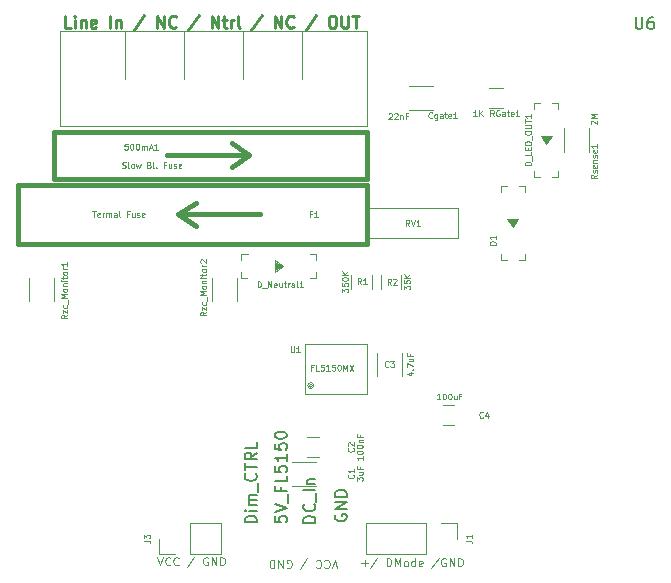
<source format=gbr>
G04 #@! TF.GenerationSoftware,KiCad,Pcbnew,(5.1.2)-2*
G04 #@! TF.CreationDate,2019-09-14T17:44:16+02:00*
G04 #@! TF.ProjectId,Inwall_Bot,496e7761-6c6c-45f4-926f-742e6b696361,rev?*
G04 #@! TF.SameCoordinates,Original*
G04 #@! TF.FileFunction,Legend,Top*
G04 #@! TF.FilePolarity,Positive*
%FSLAX46Y46*%
G04 Gerber Fmt 4.6, Leading zero omitted, Abs format (unit mm)*
G04 Created by KiCad (PCBNEW (5.1.2)-2) date 2019-09-14 17:44:16*
%MOMM*%
%LPD*%
G04 APERTURE LIST*
%ADD10C,0.250000*%
%ADD11C,0.100000*%
%ADD12C,0.120000*%
%ADD13C,0.400000*%
%ADD14C,0.150000*%
%ADD15C,0.125000*%
G04 APERTURE END LIST*
D10*
X-91220952Y-27242380D02*
X-91697142Y-27242380D01*
X-91697142Y-26242380D01*
X-90887619Y-27242380D02*
X-90887619Y-26575714D01*
X-90887619Y-26242380D02*
X-90935238Y-26290000D01*
X-90887619Y-26337619D01*
X-90840000Y-26290000D01*
X-90887619Y-26242380D01*
X-90887619Y-26337619D01*
X-90411428Y-26575714D02*
X-90411428Y-27242380D01*
X-90411428Y-26670952D02*
X-90363809Y-26623333D01*
X-90268571Y-26575714D01*
X-90125714Y-26575714D01*
X-90030476Y-26623333D01*
X-89982857Y-26718571D01*
X-89982857Y-27242380D01*
X-89125714Y-27194761D02*
X-89220952Y-27242380D01*
X-89411428Y-27242380D01*
X-89506666Y-27194761D01*
X-89554285Y-27099523D01*
X-89554285Y-26718571D01*
X-89506666Y-26623333D01*
X-89411428Y-26575714D01*
X-89220952Y-26575714D01*
X-89125714Y-26623333D01*
X-89078095Y-26718571D01*
X-89078095Y-26813809D01*
X-89554285Y-26909047D01*
X-87887619Y-27242380D02*
X-87887619Y-26242380D01*
X-87411428Y-26575714D02*
X-87411428Y-27242380D01*
X-87411428Y-26670952D02*
X-87363809Y-26623333D01*
X-87268571Y-26575714D01*
X-87125714Y-26575714D01*
X-87030476Y-26623333D01*
X-86982857Y-26718571D01*
X-86982857Y-27242380D01*
X-85030476Y-26194761D02*
X-85887619Y-27480476D01*
X-83935238Y-27242380D02*
X-83935238Y-26242380D01*
X-83363809Y-27242380D01*
X-83363809Y-26242380D01*
X-82316190Y-27147142D02*
X-82363809Y-27194761D01*
X-82506666Y-27242380D01*
X-82601904Y-27242380D01*
X-82744761Y-27194761D01*
X-82840000Y-27099523D01*
X-82887619Y-27004285D01*
X-82935238Y-26813809D01*
X-82935238Y-26670952D01*
X-82887619Y-26480476D01*
X-82840000Y-26385238D01*
X-82744761Y-26290000D01*
X-82601904Y-26242380D01*
X-82506666Y-26242380D01*
X-82363809Y-26290000D01*
X-82316190Y-26337619D01*
X-80411428Y-26194761D02*
X-81268571Y-27480476D01*
X-79316190Y-27242380D02*
X-79316190Y-26242380D01*
X-78744761Y-27242380D01*
X-78744761Y-26242380D01*
X-78411428Y-26575714D02*
X-78030476Y-26575714D01*
X-78268571Y-26242380D02*
X-78268571Y-27099523D01*
X-78220952Y-27194761D01*
X-78125714Y-27242380D01*
X-78030476Y-27242380D01*
X-77697142Y-27242380D02*
X-77697142Y-26575714D01*
X-77697142Y-26766190D02*
X-77649523Y-26670952D01*
X-77601904Y-26623333D01*
X-77506666Y-26575714D01*
X-77411428Y-26575714D01*
X-76935238Y-27242380D02*
X-77030476Y-27194761D01*
X-77078095Y-27099523D01*
X-77078095Y-26242380D01*
X-75078095Y-26194761D02*
X-75935238Y-27480476D01*
X-73982857Y-27242380D02*
X-73982857Y-26242380D01*
X-73411428Y-27242380D01*
X-73411428Y-26242380D01*
X-72363809Y-27147142D02*
X-72411428Y-27194761D01*
X-72554285Y-27242380D01*
X-72649523Y-27242380D01*
X-72792380Y-27194761D01*
X-72887619Y-27099523D01*
X-72935238Y-27004285D01*
X-72982857Y-26813809D01*
X-72982857Y-26670952D01*
X-72935238Y-26480476D01*
X-72887619Y-26385238D01*
X-72792380Y-26290000D01*
X-72649523Y-26242380D01*
X-72554285Y-26242380D01*
X-72411428Y-26290000D01*
X-72363809Y-26337619D01*
X-70459047Y-26194761D02*
X-71316190Y-27480476D01*
X-69173333Y-26242380D02*
X-68982857Y-26242380D01*
X-68887619Y-26290000D01*
X-68792380Y-26385238D01*
X-68744761Y-26575714D01*
X-68744761Y-26909047D01*
X-68792380Y-27099523D01*
X-68887619Y-27194761D01*
X-68982857Y-27242380D01*
X-69173333Y-27242380D01*
X-69268571Y-27194761D01*
X-69363809Y-27099523D01*
X-69411428Y-26909047D01*
X-69411428Y-26575714D01*
X-69363809Y-26385238D01*
X-69268571Y-26290000D01*
X-69173333Y-26242380D01*
X-68316190Y-26242380D02*
X-68316190Y-27051904D01*
X-68268571Y-27147142D01*
X-68220952Y-27194761D01*
X-68125714Y-27242380D01*
X-67935238Y-27242380D01*
X-67840000Y-27194761D01*
X-67792380Y-27147142D01*
X-67744761Y-27051904D01*
X-67744761Y-26242380D01*
X-67411428Y-26242380D02*
X-66840000Y-26242380D01*
X-67125714Y-27242380D02*
X-67125714Y-26242380D01*
D11*
X-66633333Y-72590000D02*
X-66100000Y-72590000D01*
X-66366666Y-72856666D02*
X-66366666Y-72323333D01*
X-65266666Y-72123333D02*
X-65866666Y-73023333D01*
X-64500000Y-72856666D02*
X-64500000Y-72156666D01*
X-64333333Y-72156666D01*
X-64233333Y-72190000D01*
X-64166666Y-72256666D01*
X-64133333Y-72323333D01*
X-64100000Y-72456666D01*
X-64100000Y-72556666D01*
X-64133333Y-72690000D01*
X-64166666Y-72756666D01*
X-64233333Y-72823333D01*
X-64333333Y-72856666D01*
X-64500000Y-72856666D01*
X-63800000Y-72856666D02*
X-63800000Y-72156666D01*
X-63566666Y-72656666D01*
X-63333333Y-72156666D01*
X-63333333Y-72856666D01*
X-62900000Y-72856666D02*
X-62966666Y-72823333D01*
X-63000000Y-72790000D01*
X-63033333Y-72723333D01*
X-63033333Y-72523333D01*
X-63000000Y-72456666D01*
X-62966666Y-72423333D01*
X-62900000Y-72390000D01*
X-62800000Y-72390000D01*
X-62733333Y-72423333D01*
X-62700000Y-72456666D01*
X-62666666Y-72523333D01*
X-62666666Y-72723333D01*
X-62700000Y-72790000D01*
X-62733333Y-72823333D01*
X-62800000Y-72856666D01*
X-62900000Y-72856666D01*
X-62066666Y-72856666D02*
X-62066666Y-72156666D01*
X-62066666Y-72823333D02*
X-62133333Y-72856666D01*
X-62266666Y-72856666D01*
X-62333333Y-72823333D01*
X-62366666Y-72790000D01*
X-62400000Y-72723333D01*
X-62400000Y-72523333D01*
X-62366666Y-72456666D01*
X-62333333Y-72423333D01*
X-62266666Y-72390000D01*
X-62133333Y-72390000D01*
X-62066666Y-72423333D01*
X-61466666Y-72823333D02*
X-61533333Y-72856666D01*
X-61666666Y-72856666D01*
X-61733333Y-72823333D01*
X-61766666Y-72756666D01*
X-61766666Y-72490000D01*
X-61733333Y-72423333D01*
X-61666666Y-72390000D01*
X-61533333Y-72390000D01*
X-61466666Y-72423333D01*
X-61433333Y-72490000D01*
X-61433333Y-72556666D01*
X-61766666Y-72623333D01*
X-60100000Y-72123333D02*
X-60700000Y-73023333D01*
X-59500000Y-72190000D02*
X-59566666Y-72156666D01*
X-59666666Y-72156666D01*
X-59766666Y-72190000D01*
X-59833333Y-72256666D01*
X-59866666Y-72323333D01*
X-59900000Y-72456666D01*
X-59900000Y-72556666D01*
X-59866666Y-72690000D01*
X-59833333Y-72756666D01*
X-59766666Y-72823333D01*
X-59666666Y-72856666D01*
X-59600000Y-72856666D01*
X-59500000Y-72823333D01*
X-59466666Y-72790000D01*
X-59466666Y-72556666D01*
X-59600000Y-72556666D01*
X-59166666Y-72856666D02*
X-59166666Y-72156666D01*
X-58766666Y-72856666D01*
X-58766666Y-72156666D01*
X-58433333Y-72856666D02*
X-58433333Y-72156666D01*
X-58266666Y-72156666D01*
X-58166666Y-72190000D01*
X-58100000Y-72256666D01*
X-58066666Y-72323333D01*
X-58033333Y-72456666D01*
X-58033333Y-72556666D01*
X-58066666Y-72690000D01*
X-58100000Y-72756666D01*
X-58166666Y-72823333D01*
X-58266666Y-72856666D01*
X-58433333Y-72856666D01*
X-83910000Y-72076666D02*
X-83676666Y-72776666D01*
X-83443333Y-72076666D01*
X-82810000Y-72710000D02*
X-82843333Y-72743333D01*
X-82943333Y-72776666D01*
X-83010000Y-72776666D01*
X-83110000Y-72743333D01*
X-83176666Y-72676666D01*
X-83210000Y-72610000D01*
X-83243333Y-72476666D01*
X-83243333Y-72376666D01*
X-83210000Y-72243333D01*
X-83176666Y-72176666D01*
X-83110000Y-72110000D01*
X-83010000Y-72076666D01*
X-82943333Y-72076666D01*
X-82843333Y-72110000D01*
X-82810000Y-72143333D01*
X-82110000Y-72710000D02*
X-82143333Y-72743333D01*
X-82243333Y-72776666D01*
X-82310000Y-72776666D01*
X-82410000Y-72743333D01*
X-82476666Y-72676666D01*
X-82510000Y-72610000D01*
X-82543333Y-72476666D01*
X-82543333Y-72376666D01*
X-82510000Y-72243333D01*
X-82476666Y-72176666D01*
X-82410000Y-72110000D01*
X-82310000Y-72076666D01*
X-82243333Y-72076666D01*
X-82143333Y-72110000D01*
X-82110000Y-72143333D01*
X-80776666Y-72043333D02*
X-81376666Y-72943333D01*
X-79643333Y-72110000D02*
X-79710000Y-72076666D01*
X-79810000Y-72076666D01*
X-79910000Y-72110000D01*
X-79976666Y-72176666D01*
X-80010000Y-72243333D01*
X-80043333Y-72376666D01*
X-80043333Y-72476666D01*
X-80010000Y-72610000D01*
X-79976666Y-72676666D01*
X-79910000Y-72743333D01*
X-79810000Y-72776666D01*
X-79743333Y-72776666D01*
X-79643333Y-72743333D01*
X-79610000Y-72710000D01*
X-79610000Y-72476666D01*
X-79743333Y-72476666D01*
X-79310000Y-72776666D02*
X-79310000Y-72076666D01*
X-78910000Y-72776666D01*
X-78910000Y-72076666D01*
X-78576666Y-72776666D02*
X-78576666Y-72076666D01*
X-78410000Y-72076666D01*
X-78310000Y-72110000D01*
X-78243333Y-72176666D01*
X-78210000Y-72243333D01*
X-78176666Y-72376666D01*
X-78176666Y-72476666D01*
X-78210000Y-72610000D01*
X-78243333Y-72676666D01*
X-78310000Y-72743333D01*
X-78410000Y-72776666D01*
X-78576666Y-72776666D01*
X-68660000Y-73003333D02*
X-68893333Y-72303333D01*
X-69126666Y-73003333D01*
X-69760000Y-72370000D02*
X-69726666Y-72336666D01*
X-69626666Y-72303333D01*
X-69560000Y-72303333D01*
X-69460000Y-72336666D01*
X-69393333Y-72403333D01*
X-69360000Y-72470000D01*
X-69326666Y-72603333D01*
X-69326666Y-72703333D01*
X-69360000Y-72836666D01*
X-69393333Y-72903333D01*
X-69460000Y-72970000D01*
X-69560000Y-73003333D01*
X-69626666Y-73003333D01*
X-69726666Y-72970000D01*
X-69760000Y-72936666D01*
X-70460000Y-72370000D02*
X-70426666Y-72336666D01*
X-70326666Y-72303333D01*
X-70260000Y-72303333D01*
X-70160000Y-72336666D01*
X-70093333Y-72403333D01*
X-70060000Y-72470000D01*
X-70026666Y-72603333D01*
X-70026666Y-72703333D01*
X-70060000Y-72836666D01*
X-70093333Y-72903333D01*
X-70160000Y-72970000D01*
X-70260000Y-73003333D01*
X-70326666Y-73003333D01*
X-70426666Y-72970000D01*
X-70460000Y-72936666D01*
X-71793333Y-73036666D02*
X-71193333Y-72136666D01*
X-72926666Y-72970000D02*
X-72860000Y-73003333D01*
X-72760000Y-73003333D01*
X-72660000Y-72970000D01*
X-72593333Y-72903333D01*
X-72560000Y-72836666D01*
X-72526666Y-72703333D01*
X-72526666Y-72603333D01*
X-72560000Y-72470000D01*
X-72593333Y-72403333D01*
X-72660000Y-72336666D01*
X-72760000Y-72303333D01*
X-72826666Y-72303333D01*
X-72926666Y-72336666D01*
X-72960000Y-72370000D01*
X-72960000Y-72603333D01*
X-72826666Y-72603333D01*
X-73260000Y-72303333D02*
X-73260000Y-73003333D01*
X-73660000Y-72303333D01*
X-73660000Y-73003333D01*
X-73993333Y-72303333D02*
X-73993333Y-73003333D01*
X-74160000Y-73003333D01*
X-74260000Y-72970000D01*
X-74326666Y-72903333D01*
X-74360000Y-72836666D01*
X-74393333Y-72703333D01*
X-74393333Y-72603333D01*
X-74360000Y-72470000D01*
X-74326666Y-72403333D01*
X-74260000Y-72336666D01*
X-74160000Y-72303333D01*
X-73993333Y-72303333D01*
D12*
X-66125000Y-31550000D02*
X-66125000Y-35550000D01*
X-71625000Y-31550000D02*
X-71625000Y-27550000D01*
X-81625000Y-31550000D02*
X-81625000Y-27550000D01*
X-66125000Y-35550000D02*
X-66125000Y-27550000D01*
X-92125000Y-35550000D02*
X-66125000Y-35550000D01*
X-76625000Y-31550000D02*
X-76625000Y-27550000D01*
X-66125000Y-27550000D02*
X-92125000Y-27550000D01*
X-92125000Y-27550000D02*
X-92125000Y-31550000D01*
X-86625000Y-31550000D02*
X-86625000Y-27550000D01*
X-92125000Y-31550000D02*
X-92125000Y-35550000D01*
X-58455000Y-45070000D02*
X-58455000Y-42530000D01*
X-58455000Y-42530000D02*
X-66075000Y-42530000D01*
X-66075000Y-42530000D02*
X-66075000Y-45070000D01*
X-66075000Y-45070000D02*
X-58455000Y-45070000D01*
X-79270000Y-50400000D02*
X-79270000Y-48400000D01*
X-77130000Y-48400000D02*
X-77130000Y-50400000D01*
X-92630000Y-48400000D02*
X-92630000Y-50400000D01*
X-94770000Y-50400000D02*
X-94770000Y-48400000D01*
X-67505000Y-49375000D02*
X-67505000Y-48175000D01*
X-65745000Y-48175000D02*
X-65745000Y-49375000D01*
X-63245000Y-48175000D02*
X-63245000Y-49375000D01*
X-65005000Y-49375000D02*
X-65005000Y-48175000D01*
X-54600000Y-34080000D02*
X-55800000Y-34080000D01*
X-55800000Y-32320000D02*
X-54600000Y-32320000D01*
X-47355000Y-35775000D02*
X-47355000Y-37775000D01*
X-49495000Y-37775000D02*
X-49495000Y-35775000D01*
X-71425000Y-54050000D02*
X-71425000Y-58300000D01*
X-71425000Y-58300000D02*
X-66425000Y-58300000D01*
X-66425000Y-58300000D02*
X-66375000Y-58300000D01*
X-71425000Y-54050000D02*
X-66425000Y-54050000D01*
X-66425000Y-54050000D02*
X-66175000Y-54050000D01*
X-66175000Y-54050000D02*
X-66175000Y-58300000D01*
X-66175000Y-58300000D02*
X-66425000Y-58300000D01*
X-70675000Y-57550000D02*
G75*
G03X-70675000Y-57550000I-250000J0D01*
G01*
X-70775000Y-57560000D02*
G75*
G03X-70775000Y-57560000I-150000J0D01*
G01*
X-70883769Y-57560000D02*
G75*
G03X-70883769Y-57560000I-41231J0D01*
G01*
X-66260000Y-69170000D02*
X-66260000Y-71830000D01*
X-61120000Y-69170000D02*
X-66260000Y-69170000D01*
X-61120000Y-71830000D02*
X-66260000Y-71830000D01*
X-61120000Y-69170000D02*
X-61120000Y-71830000D01*
X-59850000Y-69170000D02*
X-58520000Y-69170000D01*
X-58520000Y-69170000D02*
X-58520000Y-70500000D01*
D13*
X-92625000Y-40050000D02*
X-66125000Y-40050000D01*
X-66125000Y-36050000D02*
X-92625000Y-36050000D01*
X-91625000Y-36050000D02*
X-92625000Y-36050000D01*
X-92625000Y-36050000D02*
X-92625000Y-40050000D01*
X-66125000Y-40050000D02*
X-66125000Y-36050000D01*
X-83125000Y-38050000D02*
X-76125000Y-38050000D01*
X-76125000Y-38050000D02*
X-77625000Y-37050000D01*
X-77625000Y-37050000D02*
X-76125000Y-38050000D01*
X-76125000Y-38050000D02*
X-77625000Y-39050000D01*
D12*
X-70500000Y-63980000D02*
X-72500000Y-63980000D01*
X-72500000Y-66020000D02*
X-70500000Y-66020000D01*
X-71250000Y-63600000D02*
X-70250000Y-63600000D01*
X-70250000Y-61900000D02*
X-71250000Y-61900000D01*
X-63230000Y-56750000D02*
X-63230000Y-54750000D01*
X-65270000Y-54750000D02*
X-65270000Y-56750000D01*
X-58750000Y-59150000D02*
X-59750000Y-59150000D01*
X-59750000Y-60850000D02*
X-58750000Y-60850000D01*
X-60600000Y-32205000D02*
X-62600000Y-32205000D01*
X-62600000Y-34245000D02*
X-60600000Y-34245000D01*
X-54841000Y-40612000D02*
X-54841000Y-41120000D01*
X-54333000Y-40612000D02*
X-54841000Y-40612000D01*
X-52809000Y-40612000D02*
X-52809000Y-41145400D01*
X-53317000Y-40612000D02*
X-52809000Y-40612000D01*
X-52809000Y-46954000D02*
X-52809000Y-46446000D01*
X-53317000Y-46954000D02*
X-52809000Y-46954000D01*
X-54841000Y-46954000D02*
X-54841000Y-46420600D01*
X-54333000Y-46954000D02*
X-54841000Y-46954000D01*
X-53698000Y-43542500D02*
X-53952000Y-43529800D01*
X-53647200Y-43593300D02*
X-53698000Y-43542500D01*
X-53761500Y-43809200D02*
X-53647200Y-43593300D01*
X-53723400Y-43733000D02*
X-53761500Y-43809200D01*
X-53736100Y-43720300D02*
X-53723400Y-43733000D01*
X-53723400Y-43517100D02*
X-53736100Y-43720300D01*
X-53520200Y-43517100D02*
X-53723400Y-43517100D01*
X-53748800Y-43898100D02*
X-53520200Y-43517100D01*
X-53990100Y-43631400D02*
X-53748800Y-43898100D01*
X-53990100Y-43580600D02*
X-53990100Y-43631400D01*
X-53901200Y-43580600D02*
X-53990100Y-43580600D01*
X-53901200Y-43898100D02*
X-53901200Y-43580600D01*
X-54142500Y-43491700D02*
X-53901200Y-43898100D01*
X-53825000Y-43491700D02*
X-54142500Y-43491700D01*
X-53825000Y-44114000D02*
X-53825000Y-43491700D01*
X-54307600Y-43440900D02*
X-53825000Y-44114000D01*
X-53342400Y-43440900D02*
X-54307600Y-43440900D01*
X-53825000Y-44114000D02*
X-53342400Y-43440900D01*
X-50975000Y-37089000D02*
X-50492400Y-36415900D01*
X-50492400Y-36415900D02*
X-51457600Y-36415900D01*
X-51457600Y-36415900D02*
X-50975000Y-37089000D01*
X-50975000Y-37089000D02*
X-50975000Y-36466700D01*
X-50975000Y-36466700D02*
X-51292500Y-36466700D01*
X-51292500Y-36466700D02*
X-51051200Y-36873100D01*
X-51051200Y-36873100D02*
X-51051200Y-36555600D01*
X-51051200Y-36555600D02*
X-51140100Y-36555600D01*
X-51140100Y-36555600D02*
X-51140100Y-36606400D01*
X-51140100Y-36606400D02*
X-50898800Y-36873100D01*
X-50898800Y-36873100D02*
X-50670200Y-36492100D01*
X-50670200Y-36492100D02*
X-50873400Y-36492100D01*
X-50873400Y-36492100D02*
X-50886100Y-36695300D01*
X-50886100Y-36695300D02*
X-50873400Y-36708000D01*
X-50873400Y-36708000D02*
X-50911500Y-36784200D01*
X-50911500Y-36784200D02*
X-50797200Y-36568300D01*
X-50797200Y-36568300D02*
X-50848000Y-36517500D01*
X-50848000Y-36517500D02*
X-51102000Y-36504800D01*
X-51483000Y-39929000D02*
X-51991000Y-39929000D01*
X-51991000Y-39929000D02*
X-51991000Y-39395600D01*
X-50467000Y-39929000D02*
X-49959000Y-39929000D01*
X-49959000Y-39929000D02*
X-49959000Y-39421000D01*
X-50467000Y-33587000D02*
X-49959000Y-33587000D01*
X-49959000Y-33587000D02*
X-49959000Y-34120400D01*
X-51483000Y-33587000D02*
X-51991000Y-33587000D01*
X-51991000Y-33587000D02*
X-51991000Y-34095000D01*
X-73286000Y-47438000D02*
X-73959100Y-46955400D01*
X-73959100Y-46955400D02*
X-73959100Y-47920600D01*
X-73959100Y-47920600D02*
X-73286000Y-47438000D01*
X-73286000Y-47438000D02*
X-73908300Y-47438000D01*
X-73908300Y-47438000D02*
X-73908300Y-47755500D01*
X-73908300Y-47755500D02*
X-73501900Y-47514200D01*
X-73501900Y-47514200D02*
X-73819400Y-47514200D01*
X-73819400Y-47514200D02*
X-73819400Y-47603100D01*
X-73819400Y-47603100D02*
X-73768600Y-47603100D01*
X-73768600Y-47603100D02*
X-73501900Y-47361800D01*
X-73501900Y-47361800D02*
X-73882900Y-47133200D01*
X-73882900Y-47133200D02*
X-73882900Y-47336400D01*
X-73882900Y-47336400D02*
X-73679700Y-47349100D01*
X-73679700Y-47349100D02*
X-73667000Y-47336400D01*
X-73667000Y-47336400D02*
X-73590800Y-47374500D01*
X-73590800Y-47374500D02*
X-73806700Y-47260200D01*
X-73806700Y-47260200D02*
X-73857500Y-47311000D01*
X-73857500Y-47311000D02*
X-73870200Y-47565000D01*
X-70446000Y-47946000D02*
X-70446000Y-48454000D01*
X-70446000Y-48454000D02*
X-70979400Y-48454000D01*
X-70446000Y-46930000D02*
X-70446000Y-46422000D01*
X-70446000Y-46422000D02*
X-70954000Y-46422000D01*
X-76788000Y-46930000D02*
X-76788000Y-46422000D01*
X-76788000Y-46422000D02*
X-76254600Y-46422000D01*
X-76788000Y-47946000D02*
X-76788000Y-48454000D01*
X-76788000Y-48454000D02*
X-76280000Y-48454000D01*
D13*
X-95675000Y-45550000D02*
X-95675000Y-40550000D01*
X-66175000Y-40550000D02*
X-66175000Y-45550000D01*
X-95675000Y-41550000D02*
X-95675000Y-44550000D01*
X-95675000Y-45550000D02*
X-66175000Y-45550000D01*
X-66175000Y-44550000D02*
X-66175000Y-41550000D01*
X-66175000Y-40550000D02*
X-95675000Y-40550000D01*
X-75175000Y-43050000D02*
X-82175000Y-43050000D01*
X-82175000Y-43050000D02*
X-80675000Y-44050000D01*
X-80675000Y-44050000D02*
X-82175000Y-43050000D01*
X-82175000Y-43050000D02*
X-80675000Y-42050000D01*
D12*
X-78555000Y-71830000D02*
X-78555000Y-69170000D01*
X-81155000Y-71830000D02*
X-78555000Y-71830000D01*
X-81155000Y-69170000D02*
X-78555000Y-69170000D01*
X-81155000Y-71830000D02*
X-81155000Y-69170000D01*
X-82425000Y-71830000D02*
X-83755000Y-71830000D01*
X-83755000Y-71830000D02*
X-83755000Y-70500000D01*
D14*
X-43421904Y-26342380D02*
X-43421904Y-27151904D01*
X-43374285Y-27247142D01*
X-43326666Y-27294761D01*
X-43231428Y-27342380D01*
X-43040952Y-27342380D01*
X-42945714Y-27294761D01*
X-42898095Y-27247142D01*
X-42850476Y-27151904D01*
X-42850476Y-26342380D01*
X-41945714Y-26342380D02*
X-42136190Y-26342380D01*
X-42231428Y-26390000D01*
X-42279047Y-26437619D01*
X-42374285Y-26580476D01*
X-42421904Y-26770952D01*
X-42421904Y-27151904D01*
X-42374285Y-27247142D01*
X-42326666Y-27294761D01*
X-42231428Y-27342380D01*
X-42040952Y-27342380D01*
X-41945714Y-27294761D01*
X-41898095Y-27247142D01*
X-41850476Y-27151904D01*
X-41850476Y-26913809D01*
X-41898095Y-26818571D01*
X-41945714Y-26770952D01*
X-42040952Y-26723333D01*
X-42231428Y-26723333D01*
X-42326666Y-26770952D01*
X-42374285Y-26818571D01*
X-42421904Y-26913809D01*
X-68825000Y-68467904D02*
X-68872619Y-68563142D01*
X-68872619Y-68706000D01*
X-68825000Y-68848857D01*
X-68729761Y-68944095D01*
X-68634523Y-68991714D01*
X-68444047Y-69039333D01*
X-68301190Y-69039333D01*
X-68110714Y-68991714D01*
X-68015476Y-68944095D01*
X-67920238Y-68848857D01*
X-67872619Y-68706000D01*
X-67872619Y-68610761D01*
X-67920238Y-68467904D01*
X-67967857Y-68420285D01*
X-68301190Y-68420285D01*
X-68301190Y-68610761D01*
X-67872619Y-67991714D02*
X-68872619Y-67991714D01*
X-67872619Y-67420285D01*
X-68872619Y-67420285D01*
X-67872619Y-66944095D02*
X-68872619Y-66944095D01*
X-68872619Y-66706000D01*
X-68825000Y-66563142D01*
X-68729761Y-66467904D01*
X-68634523Y-66420285D01*
X-68444047Y-66372666D01*
X-68301190Y-66372666D01*
X-68110714Y-66420285D01*
X-68015476Y-66467904D01*
X-67920238Y-66563142D01*
X-67872619Y-66706000D01*
X-67872619Y-66944095D01*
X-73952619Y-68602523D02*
X-73952619Y-69078714D01*
X-73476428Y-69126333D01*
X-73524047Y-69078714D01*
X-73571666Y-68983476D01*
X-73571666Y-68745380D01*
X-73524047Y-68650142D01*
X-73476428Y-68602523D01*
X-73381190Y-68554904D01*
X-73143095Y-68554904D01*
X-73047857Y-68602523D01*
X-73000238Y-68650142D01*
X-72952619Y-68745380D01*
X-72952619Y-68983476D01*
X-73000238Y-69078714D01*
X-73047857Y-69126333D01*
X-73952619Y-68269190D02*
X-72952619Y-67935857D01*
X-73952619Y-67602523D01*
X-72857380Y-67507285D02*
X-72857380Y-66745380D01*
X-73476428Y-66173952D02*
X-73476428Y-66507285D01*
X-72952619Y-66507285D02*
X-73952619Y-66507285D01*
X-73952619Y-66031095D01*
X-72952619Y-65173952D02*
X-72952619Y-65650142D01*
X-73952619Y-65650142D01*
X-73952619Y-64364428D02*
X-73952619Y-64840619D01*
X-73476428Y-64888238D01*
X-73524047Y-64840619D01*
X-73571666Y-64745380D01*
X-73571666Y-64507285D01*
X-73524047Y-64412047D01*
X-73476428Y-64364428D01*
X-73381190Y-64316809D01*
X-73143095Y-64316809D01*
X-73047857Y-64364428D01*
X-73000238Y-64412047D01*
X-72952619Y-64507285D01*
X-72952619Y-64745380D01*
X-73000238Y-64840619D01*
X-73047857Y-64888238D01*
X-72952619Y-63364428D02*
X-72952619Y-63935857D01*
X-72952619Y-63650142D02*
X-73952619Y-63650142D01*
X-73809761Y-63745380D01*
X-73714523Y-63840619D01*
X-73666904Y-63935857D01*
X-73952619Y-62459666D02*
X-73952619Y-62935857D01*
X-73476428Y-62983476D01*
X-73524047Y-62935857D01*
X-73571666Y-62840619D01*
X-73571666Y-62602523D01*
X-73524047Y-62507285D01*
X-73476428Y-62459666D01*
X-73381190Y-62412047D01*
X-73143095Y-62412047D01*
X-73047857Y-62459666D01*
X-73000238Y-62507285D01*
X-72952619Y-62602523D01*
X-72952619Y-62840619D01*
X-73000238Y-62935857D01*
X-73047857Y-62983476D01*
X-73952619Y-61793000D02*
X-73952619Y-61697761D01*
X-73905000Y-61602523D01*
X-73857380Y-61554904D01*
X-73762142Y-61507285D01*
X-73571666Y-61459666D01*
X-73333571Y-61459666D01*
X-73143095Y-61507285D01*
X-73047857Y-61554904D01*
X-73000238Y-61602523D01*
X-72952619Y-61697761D01*
X-72952619Y-61793000D01*
X-73000238Y-61888238D01*
X-73047857Y-61935857D01*
X-73143095Y-61983476D01*
X-73333571Y-62031095D01*
X-73571666Y-62031095D01*
X-73762142Y-61983476D01*
X-73857380Y-61935857D01*
X-73905000Y-61888238D01*
X-73952619Y-61793000D01*
X-70539619Y-69158333D02*
X-71539619Y-69158333D01*
X-71539619Y-68920238D01*
X-71492000Y-68777380D01*
X-71396761Y-68682142D01*
X-71301523Y-68634523D01*
X-71111047Y-68586904D01*
X-70968190Y-68586904D01*
X-70777714Y-68634523D01*
X-70682476Y-68682142D01*
X-70587238Y-68777380D01*
X-70539619Y-68920238D01*
X-70539619Y-69158333D01*
X-70634857Y-67586904D02*
X-70587238Y-67634523D01*
X-70539619Y-67777380D01*
X-70539619Y-67872619D01*
X-70587238Y-68015476D01*
X-70682476Y-68110714D01*
X-70777714Y-68158333D01*
X-70968190Y-68205952D01*
X-71111047Y-68205952D01*
X-71301523Y-68158333D01*
X-71396761Y-68110714D01*
X-71492000Y-68015476D01*
X-71539619Y-67872619D01*
X-71539619Y-67777380D01*
X-71492000Y-67634523D01*
X-71444380Y-67586904D01*
X-70444380Y-67396428D02*
X-70444380Y-66634523D01*
X-70539619Y-66396428D02*
X-71539619Y-66396428D01*
X-71206285Y-65920238D02*
X-70539619Y-65920238D01*
X-71111047Y-65920238D02*
X-71158666Y-65872619D01*
X-71206285Y-65777380D01*
X-71206285Y-65634523D01*
X-71158666Y-65539285D01*
X-71063428Y-65491666D01*
X-70539619Y-65491666D01*
X-75492619Y-69134333D02*
X-76492619Y-69134333D01*
X-76492619Y-68896238D01*
X-76445000Y-68753380D01*
X-76349761Y-68658142D01*
X-76254523Y-68610523D01*
X-76064047Y-68562904D01*
X-75921190Y-68562904D01*
X-75730714Y-68610523D01*
X-75635476Y-68658142D01*
X-75540238Y-68753380D01*
X-75492619Y-68896238D01*
X-75492619Y-69134333D01*
X-75492619Y-68134333D02*
X-76159285Y-68134333D01*
X-76492619Y-68134333D02*
X-76445000Y-68181952D01*
X-76397380Y-68134333D01*
X-76445000Y-68086714D01*
X-76492619Y-68134333D01*
X-76397380Y-68134333D01*
X-75492619Y-67658142D02*
X-76159285Y-67658142D01*
X-76064047Y-67658142D02*
X-76111666Y-67610523D01*
X-76159285Y-67515285D01*
X-76159285Y-67372428D01*
X-76111666Y-67277190D01*
X-76016428Y-67229571D01*
X-75492619Y-67229571D01*
X-76016428Y-67229571D02*
X-76111666Y-67181952D01*
X-76159285Y-67086714D01*
X-76159285Y-66943857D01*
X-76111666Y-66848619D01*
X-76016428Y-66801000D01*
X-75492619Y-66801000D01*
X-75397380Y-66562904D02*
X-75397380Y-65801000D01*
X-75587857Y-64991476D02*
X-75540238Y-65039095D01*
X-75492619Y-65181952D01*
X-75492619Y-65277190D01*
X-75540238Y-65420047D01*
X-75635476Y-65515285D01*
X-75730714Y-65562904D01*
X-75921190Y-65610523D01*
X-76064047Y-65610523D01*
X-76254523Y-65562904D01*
X-76349761Y-65515285D01*
X-76445000Y-65420047D01*
X-76492619Y-65277190D01*
X-76492619Y-65181952D01*
X-76445000Y-65039095D01*
X-76397380Y-64991476D01*
X-76492619Y-64705761D02*
X-76492619Y-64134333D01*
X-75492619Y-64420047D02*
X-76492619Y-64420047D01*
X-75492619Y-63229571D02*
X-75968809Y-63562904D01*
X-75492619Y-63801000D02*
X-76492619Y-63801000D01*
X-76492619Y-63420047D01*
X-76445000Y-63324809D01*
X-76397380Y-63277190D01*
X-76302142Y-63229571D01*
X-76159285Y-63229571D01*
X-76064047Y-63277190D01*
X-76016428Y-63324809D01*
X-75968809Y-63420047D01*
X-75968809Y-63801000D01*
X-75492619Y-62324809D02*
X-75492619Y-62801000D01*
X-76492619Y-62801000D01*
D15*
X-62562619Y-44026190D02*
X-62729285Y-43788095D01*
X-62848333Y-44026190D02*
X-62848333Y-43526190D01*
X-62657857Y-43526190D01*
X-62610238Y-43550000D01*
X-62586428Y-43573809D01*
X-62562619Y-43621428D01*
X-62562619Y-43692857D01*
X-62586428Y-43740476D01*
X-62610238Y-43764285D01*
X-62657857Y-43788095D01*
X-62848333Y-43788095D01*
X-62419761Y-43526190D02*
X-62253095Y-44026190D01*
X-62086428Y-43526190D01*
X-61657857Y-44026190D02*
X-61943571Y-44026190D01*
X-61800714Y-44026190D02*
X-61800714Y-43526190D01*
X-61848333Y-43597619D01*
X-61895952Y-43645238D01*
X-61943571Y-43669047D01*
D11*
X-79773809Y-51321428D02*
X-80011904Y-51488095D01*
X-79773809Y-51607142D02*
X-80273809Y-51607142D01*
X-80273809Y-51416666D01*
X-80250000Y-51369047D01*
X-80226190Y-51345238D01*
X-80178571Y-51321428D01*
X-80107142Y-51321428D01*
X-80059523Y-51345238D01*
X-80035714Y-51369047D01*
X-80011904Y-51416666D01*
X-80011904Y-51607142D01*
X-80107142Y-51154761D02*
X-80107142Y-50892857D01*
X-79773809Y-51154761D01*
X-79773809Y-50892857D01*
X-79797619Y-50488095D02*
X-79773809Y-50535714D01*
X-79773809Y-50630952D01*
X-79797619Y-50678571D01*
X-79821428Y-50702380D01*
X-79869047Y-50726190D01*
X-80011904Y-50726190D01*
X-80059523Y-50702380D01*
X-80083333Y-50678571D01*
X-80107142Y-50630952D01*
X-80107142Y-50535714D01*
X-80083333Y-50488095D01*
X-79726190Y-50392857D02*
X-79726190Y-50011904D01*
X-79773809Y-49892857D02*
X-80273809Y-49892857D01*
X-79916666Y-49726190D01*
X-80273809Y-49559523D01*
X-79773809Y-49559523D01*
X-79773809Y-49250000D02*
X-79797619Y-49297619D01*
X-79821428Y-49321428D01*
X-79869047Y-49345238D01*
X-80011904Y-49345238D01*
X-80059523Y-49321428D01*
X-80083333Y-49297619D01*
X-80107142Y-49250000D01*
X-80107142Y-49178571D01*
X-80083333Y-49130952D01*
X-80059523Y-49107142D01*
X-80011904Y-49083333D01*
X-79869047Y-49083333D01*
X-79821428Y-49107142D01*
X-79797619Y-49130952D01*
X-79773809Y-49178571D01*
X-79773809Y-49250000D01*
X-80107142Y-48869047D02*
X-79773809Y-48869047D01*
X-80059523Y-48869047D02*
X-80083333Y-48845238D01*
X-80107142Y-48797619D01*
X-80107142Y-48726190D01*
X-80083333Y-48678571D01*
X-80035714Y-48654761D01*
X-79773809Y-48654761D01*
X-79773809Y-48416666D02*
X-80107142Y-48416666D01*
X-80273809Y-48416666D02*
X-80250000Y-48440476D01*
X-80226190Y-48416666D01*
X-80250000Y-48392857D01*
X-80273809Y-48416666D01*
X-80226190Y-48416666D01*
X-80107142Y-48250000D02*
X-80107142Y-48059523D01*
X-80273809Y-48178571D02*
X-79845238Y-48178571D01*
X-79797619Y-48154761D01*
X-79773809Y-48107142D01*
X-79773809Y-48059523D01*
X-79773809Y-47821428D02*
X-79797619Y-47869047D01*
X-79821428Y-47892857D01*
X-79869047Y-47916666D01*
X-80011904Y-47916666D01*
X-80059523Y-47892857D01*
X-80083333Y-47869047D01*
X-80107142Y-47821428D01*
X-80107142Y-47750000D01*
X-80083333Y-47702380D01*
X-80059523Y-47678571D01*
X-80011904Y-47654761D01*
X-79869047Y-47654761D01*
X-79821428Y-47678571D01*
X-79797619Y-47702380D01*
X-79773809Y-47750000D01*
X-79773809Y-47821428D01*
X-79773809Y-47440476D02*
X-80107142Y-47440476D01*
X-80011904Y-47440476D02*
X-80059523Y-47416666D01*
X-80083333Y-47392857D01*
X-80107142Y-47345238D01*
X-80107142Y-47297619D01*
X-80226190Y-47154761D02*
X-80250000Y-47130952D01*
X-80273809Y-47083333D01*
X-80273809Y-46964285D01*
X-80250000Y-46916666D01*
X-80226190Y-46892857D01*
X-80178571Y-46869047D01*
X-80130952Y-46869047D01*
X-80059523Y-46892857D01*
X-79773809Y-47178571D01*
X-79773809Y-46869047D01*
X-91548809Y-51571428D02*
X-91786904Y-51738095D01*
X-91548809Y-51857142D02*
X-92048809Y-51857142D01*
X-92048809Y-51666666D01*
X-92025000Y-51619047D01*
X-92001190Y-51595238D01*
X-91953571Y-51571428D01*
X-91882142Y-51571428D01*
X-91834523Y-51595238D01*
X-91810714Y-51619047D01*
X-91786904Y-51666666D01*
X-91786904Y-51857142D01*
X-91882142Y-51404761D02*
X-91882142Y-51142857D01*
X-91548809Y-51404761D01*
X-91548809Y-51142857D01*
X-91572619Y-50738095D02*
X-91548809Y-50785714D01*
X-91548809Y-50880952D01*
X-91572619Y-50928571D01*
X-91596428Y-50952380D01*
X-91644047Y-50976190D01*
X-91786904Y-50976190D01*
X-91834523Y-50952380D01*
X-91858333Y-50928571D01*
X-91882142Y-50880952D01*
X-91882142Y-50785714D01*
X-91858333Y-50738095D01*
X-91501190Y-50642857D02*
X-91501190Y-50261904D01*
X-91548809Y-50142857D02*
X-92048809Y-50142857D01*
X-91691666Y-49976190D01*
X-92048809Y-49809523D01*
X-91548809Y-49809523D01*
X-91548809Y-49500000D02*
X-91572619Y-49547619D01*
X-91596428Y-49571428D01*
X-91644047Y-49595238D01*
X-91786904Y-49595238D01*
X-91834523Y-49571428D01*
X-91858333Y-49547619D01*
X-91882142Y-49500000D01*
X-91882142Y-49428571D01*
X-91858333Y-49380952D01*
X-91834523Y-49357142D01*
X-91786904Y-49333333D01*
X-91644047Y-49333333D01*
X-91596428Y-49357142D01*
X-91572619Y-49380952D01*
X-91548809Y-49428571D01*
X-91548809Y-49500000D01*
X-91882142Y-49119047D02*
X-91548809Y-49119047D01*
X-91834523Y-49119047D02*
X-91858333Y-49095238D01*
X-91882142Y-49047619D01*
X-91882142Y-48976190D01*
X-91858333Y-48928571D01*
X-91810714Y-48904761D01*
X-91548809Y-48904761D01*
X-91548809Y-48666666D02*
X-91882142Y-48666666D01*
X-92048809Y-48666666D02*
X-92025000Y-48690476D01*
X-92001190Y-48666666D01*
X-92025000Y-48642857D01*
X-92048809Y-48666666D01*
X-92001190Y-48666666D01*
X-91882142Y-48500000D02*
X-91882142Y-48309523D01*
X-92048809Y-48428571D02*
X-91620238Y-48428571D01*
X-91572619Y-48404761D01*
X-91548809Y-48357142D01*
X-91548809Y-48309523D01*
X-91548809Y-48071428D02*
X-91572619Y-48119047D01*
X-91596428Y-48142857D01*
X-91644047Y-48166666D01*
X-91786904Y-48166666D01*
X-91834523Y-48142857D01*
X-91858333Y-48119047D01*
X-91882142Y-48071428D01*
X-91882142Y-48000000D01*
X-91858333Y-47952380D01*
X-91834523Y-47928571D01*
X-91786904Y-47904761D01*
X-91644047Y-47904761D01*
X-91596428Y-47928571D01*
X-91572619Y-47952380D01*
X-91548809Y-48000000D01*
X-91548809Y-48071428D01*
X-91548809Y-47690476D02*
X-91882142Y-47690476D01*
X-91786904Y-47690476D02*
X-91834523Y-47666666D01*
X-91858333Y-47642857D01*
X-91882142Y-47595238D01*
X-91882142Y-47547619D01*
X-91548809Y-47119047D02*
X-91548809Y-47404761D01*
X-91548809Y-47261904D02*
X-92048809Y-47261904D01*
X-91977380Y-47309523D01*
X-91929761Y-47357142D01*
X-91905952Y-47404761D01*
X-66658333Y-48951190D02*
X-66825000Y-48713095D01*
X-66944047Y-48951190D02*
X-66944047Y-48451190D01*
X-66753571Y-48451190D01*
X-66705952Y-48475000D01*
X-66682142Y-48498809D01*
X-66658333Y-48546428D01*
X-66658333Y-48617857D01*
X-66682142Y-48665476D01*
X-66705952Y-48689285D01*
X-66753571Y-48713095D01*
X-66944047Y-48713095D01*
X-66182142Y-48951190D02*
X-66467857Y-48951190D01*
X-66325000Y-48951190D02*
X-66325000Y-48451190D01*
X-66372619Y-48522619D01*
X-66420238Y-48570238D01*
X-66467857Y-48594047D01*
X-68273809Y-49642857D02*
X-68273809Y-49333333D01*
X-68083333Y-49500000D01*
X-68083333Y-49428571D01*
X-68059523Y-49380952D01*
X-68035714Y-49357142D01*
X-67988095Y-49333333D01*
X-67869047Y-49333333D01*
X-67821428Y-49357142D01*
X-67797619Y-49380952D01*
X-67773809Y-49428571D01*
X-67773809Y-49571428D01*
X-67797619Y-49619047D01*
X-67821428Y-49642857D01*
X-68273809Y-48880952D02*
X-68273809Y-49119047D01*
X-68035714Y-49142857D01*
X-68059523Y-49119047D01*
X-68083333Y-49071428D01*
X-68083333Y-48952380D01*
X-68059523Y-48904761D01*
X-68035714Y-48880952D01*
X-67988095Y-48857142D01*
X-67869047Y-48857142D01*
X-67821428Y-48880952D01*
X-67797619Y-48904761D01*
X-67773809Y-48952380D01*
X-67773809Y-49071428D01*
X-67797619Y-49119047D01*
X-67821428Y-49142857D01*
X-68273809Y-48547619D02*
X-68273809Y-48500000D01*
X-68250000Y-48452380D01*
X-68226190Y-48428571D01*
X-68178571Y-48404761D01*
X-68083333Y-48380952D01*
X-67964285Y-48380952D01*
X-67869047Y-48404761D01*
X-67821428Y-48428571D01*
X-67797619Y-48452380D01*
X-67773809Y-48500000D01*
X-67773809Y-48547619D01*
X-67797619Y-48595238D01*
X-67821428Y-48619047D01*
X-67869047Y-48642857D01*
X-67964285Y-48666666D01*
X-68083333Y-48666666D01*
X-68178571Y-48642857D01*
X-68226190Y-48619047D01*
X-68250000Y-48595238D01*
X-68273809Y-48547619D01*
X-67773809Y-48166666D02*
X-68273809Y-48166666D01*
X-67773809Y-47880952D02*
X-68059523Y-48095238D01*
X-68273809Y-47880952D02*
X-67988095Y-48166666D01*
X-64128333Y-49001190D02*
X-64295000Y-48763095D01*
X-64414047Y-49001190D02*
X-64414047Y-48501190D01*
X-64223571Y-48501190D01*
X-64175952Y-48525000D01*
X-64152142Y-48548809D01*
X-64128333Y-48596428D01*
X-64128333Y-48667857D01*
X-64152142Y-48715476D01*
X-64175952Y-48739285D01*
X-64223571Y-48763095D01*
X-64414047Y-48763095D01*
X-63937857Y-48548809D02*
X-63914047Y-48525000D01*
X-63866428Y-48501190D01*
X-63747380Y-48501190D01*
X-63699761Y-48525000D01*
X-63675952Y-48548809D01*
X-63652142Y-48596428D01*
X-63652142Y-48644047D01*
X-63675952Y-48715476D01*
X-63961666Y-49001190D01*
X-63652142Y-49001190D01*
X-63023809Y-49404761D02*
X-63023809Y-49095238D01*
X-62833333Y-49261904D01*
X-62833333Y-49190476D01*
X-62809523Y-49142857D01*
X-62785714Y-49119047D01*
X-62738095Y-49095238D01*
X-62619047Y-49095238D01*
X-62571428Y-49119047D01*
X-62547619Y-49142857D01*
X-62523809Y-49190476D01*
X-62523809Y-49333333D01*
X-62547619Y-49380952D01*
X-62571428Y-49404761D01*
X-63023809Y-48642857D02*
X-63023809Y-48880952D01*
X-62785714Y-48904761D01*
X-62809523Y-48880952D01*
X-62833333Y-48833333D01*
X-62833333Y-48714285D01*
X-62809523Y-48666666D01*
X-62785714Y-48642857D01*
X-62738095Y-48619047D01*
X-62619047Y-48619047D01*
X-62571428Y-48642857D01*
X-62547619Y-48666666D01*
X-62523809Y-48714285D01*
X-62523809Y-48833333D01*
X-62547619Y-48880952D01*
X-62571428Y-48904761D01*
X-62523809Y-48404761D02*
X-63023809Y-48404761D01*
X-62523809Y-48119047D02*
X-62809523Y-48333333D01*
X-63023809Y-48119047D02*
X-62738095Y-48404761D01*
X-55416666Y-34726190D02*
X-55583333Y-34488095D01*
X-55702380Y-34726190D02*
X-55702380Y-34226190D01*
X-55511904Y-34226190D01*
X-55464285Y-34250000D01*
X-55440476Y-34273809D01*
X-55416666Y-34321428D01*
X-55416666Y-34392857D01*
X-55440476Y-34440476D01*
X-55464285Y-34464285D01*
X-55511904Y-34488095D01*
X-55702380Y-34488095D01*
X-54940476Y-34250000D02*
X-54988095Y-34226190D01*
X-55059523Y-34226190D01*
X-55130952Y-34250000D01*
X-55178571Y-34297619D01*
X-55202380Y-34345238D01*
X-55226190Y-34440476D01*
X-55226190Y-34511904D01*
X-55202380Y-34607142D01*
X-55178571Y-34654761D01*
X-55130952Y-34702380D01*
X-55059523Y-34726190D01*
X-55011904Y-34726190D01*
X-54940476Y-34702380D01*
X-54916666Y-34678571D01*
X-54916666Y-34511904D01*
X-55011904Y-34511904D01*
X-54488095Y-34726190D02*
X-54488095Y-34464285D01*
X-54511904Y-34416666D01*
X-54559523Y-34392857D01*
X-54654761Y-34392857D01*
X-54702380Y-34416666D01*
X-54488095Y-34702380D02*
X-54535714Y-34726190D01*
X-54654761Y-34726190D01*
X-54702380Y-34702380D01*
X-54726190Y-34654761D01*
X-54726190Y-34607142D01*
X-54702380Y-34559523D01*
X-54654761Y-34535714D01*
X-54535714Y-34535714D01*
X-54488095Y-34511904D01*
X-54321428Y-34392857D02*
X-54130952Y-34392857D01*
X-54250000Y-34226190D02*
X-54250000Y-34654761D01*
X-54226190Y-34702380D01*
X-54178571Y-34726190D01*
X-54130952Y-34726190D01*
X-53773809Y-34702380D02*
X-53821428Y-34726190D01*
X-53916666Y-34726190D01*
X-53964285Y-34702380D01*
X-53988095Y-34654761D01*
X-53988095Y-34464285D01*
X-53964285Y-34416666D01*
X-53916666Y-34392857D01*
X-53821428Y-34392857D01*
X-53773809Y-34416666D01*
X-53750000Y-34464285D01*
X-53750000Y-34511904D01*
X-53988095Y-34559523D01*
X-53273809Y-34726190D02*
X-53559523Y-34726190D01*
X-53416666Y-34726190D02*
X-53416666Y-34226190D01*
X-53464285Y-34297619D01*
X-53511904Y-34345238D01*
X-53559523Y-34369047D01*
X-56857142Y-34726190D02*
X-57142857Y-34726190D01*
X-57000000Y-34726190D02*
X-57000000Y-34226190D01*
X-57047619Y-34297619D01*
X-57095238Y-34345238D01*
X-57142857Y-34369047D01*
X-56642857Y-34726190D02*
X-56642857Y-34226190D01*
X-56357142Y-34726190D02*
X-56571428Y-34440476D01*
X-56357142Y-34226190D02*
X-56642857Y-34511904D01*
X-46698809Y-39717857D02*
X-46936904Y-39884523D01*
X-46698809Y-40003571D02*
X-47198809Y-40003571D01*
X-47198809Y-39813095D01*
X-47175000Y-39765476D01*
X-47151190Y-39741666D01*
X-47103571Y-39717857D01*
X-47032142Y-39717857D01*
X-46984523Y-39741666D01*
X-46960714Y-39765476D01*
X-46936904Y-39813095D01*
X-46936904Y-40003571D01*
X-46722619Y-39527380D02*
X-46698809Y-39479761D01*
X-46698809Y-39384523D01*
X-46722619Y-39336904D01*
X-46770238Y-39313095D01*
X-46794047Y-39313095D01*
X-46841666Y-39336904D01*
X-46865476Y-39384523D01*
X-46865476Y-39455952D01*
X-46889285Y-39503571D01*
X-46936904Y-39527380D01*
X-46960714Y-39527380D01*
X-47008333Y-39503571D01*
X-47032142Y-39455952D01*
X-47032142Y-39384523D01*
X-47008333Y-39336904D01*
X-46722619Y-38908333D02*
X-46698809Y-38955952D01*
X-46698809Y-39051190D01*
X-46722619Y-39098809D01*
X-46770238Y-39122619D01*
X-46960714Y-39122619D01*
X-47008333Y-39098809D01*
X-47032142Y-39051190D01*
X-47032142Y-38955952D01*
X-47008333Y-38908333D01*
X-46960714Y-38884523D01*
X-46913095Y-38884523D01*
X-46865476Y-39122619D01*
X-47032142Y-38670238D02*
X-46698809Y-38670238D01*
X-46984523Y-38670238D02*
X-47008333Y-38646428D01*
X-47032142Y-38598809D01*
X-47032142Y-38527380D01*
X-47008333Y-38479761D01*
X-46960714Y-38455952D01*
X-46698809Y-38455952D01*
X-46722619Y-38241666D02*
X-46698809Y-38194047D01*
X-46698809Y-38098809D01*
X-46722619Y-38051190D01*
X-46770238Y-38027380D01*
X-46794047Y-38027380D01*
X-46841666Y-38051190D01*
X-46865476Y-38098809D01*
X-46865476Y-38170238D01*
X-46889285Y-38217857D01*
X-46936904Y-38241666D01*
X-46960714Y-38241666D01*
X-47008333Y-38217857D01*
X-47032142Y-38170238D01*
X-47032142Y-38098809D01*
X-47008333Y-38051190D01*
X-46722619Y-37622619D02*
X-46698809Y-37670238D01*
X-46698809Y-37765476D01*
X-46722619Y-37813095D01*
X-46770238Y-37836904D01*
X-46960714Y-37836904D01*
X-47008333Y-37813095D01*
X-47032142Y-37765476D01*
X-47032142Y-37670238D01*
X-47008333Y-37622619D01*
X-46960714Y-37598809D01*
X-46913095Y-37598809D01*
X-46865476Y-37836904D01*
X-46698809Y-37122619D02*
X-46698809Y-37408333D01*
X-46698809Y-37265476D02*
X-47198809Y-37265476D01*
X-47127380Y-37313095D01*
X-47079761Y-37360714D01*
X-47055952Y-37408333D01*
X-47151190Y-35403571D02*
X-47175000Y-35379761D01*
X-47198809Y-35332142D01*
X-47198809Y-35213095D01*
X-47175000Y-35165476D01*
X-47151190Y-35141666D01*
X-47103571Y-35117857D01*
X-47055952Y-35117857D01*
X-46984523Y-35141666D01*
X-46698809Y-35427380D01*
X-46698809Y-35117857D01*
X-46698809Y-34903571D02*
X-47198809Y-34903571D01*
X-46841666Y-34736904D01*
X-47198809Y-34570238D01*
X-46698809Y-34570238D01*
X-72630952Y-54226190D02*
X-72630952Y-54630952D01*
X-72607142Y-54678571D01*
X-72583333Y-54702380D01*
X-72535714Y-54726190D01*
X-72440476Y-54726190D01*
X-72392857Y-54702380D01*
X-72369047Y-54678571D01*
X-72345238Y-54630952D01*
X-72345238Y-54226190D01*
X-71845238Y-54726190D02*
X-72130952Y-54726190D01*
X-71988095Y-54726190D02*
X-71988095Y-54226190D01*
X-72035714Y-54297619D01*
X-72083333Y-54345238D01*
X-72130952Y-54369047D01*
X-70732142Y-56014285D02*
X-70898809Y-56014285D01*
X-70898809Y-56276190D02*
X-70898809Y-55776190D01*
X-70660714Y-55776190D01*
X-70232142Y-56276190D02*
X-70470238Y-56276190D01*
X-70470238Y-55776190D01*
X-69827380Y-55776190D02*
X-70065476Y-55776190D01*
X-70089285Y-56014285D01*
X-70065476Y-55990476D01*
X-70017857Y-55966666D01*
X-69898809Y-55966666D01*
X-69851190Y-55990476D01*
X-69827380Y-56014285D01*
X-69803571Y-56061904D01*
X-69803571Y-56180952D01*
X-69827380Y-56228571D01*
X-69851190Y-56252380D01*
X-69898809Y-56276190D01*
X-70017857Y-56276190D01*
X-70065476Y-56252380D01*
X-70089285Y-56228571D01*
X-69327380Y-56276190D02*
X-69613095Y-56276190D01*
X-69470238Y-56276190D02*
X-69470238Y-55776190D01*
X-69517857Y-55847619D01*
X-69565476Y-55895238D01*
X-69613095Y-55919047D01*
X-68875000Y-55776190D02*
X-69113095Y-55776190D01*
X-69136904Y-56014285D01*
X-69113095Y-55990476D01*
X-69065476Y-55966666D01*
X-68946428Y-55966666D01*
X-68898809Y-55990476D01*
X-68875000Y-56014285D01*
X-68851190Y-56061904D01*
X-68851190Y-56180952D01*
X-68875000Y-56228571D01*
X-68898809Y-56252380D01*
X-68946428Y-56276190D01*
X-69065476Y-56276190D01*
X-69113095Y-56252380D01*
X-69136904Y-56228571D01*
X-68541666Y-55776190D02*
X-68494047Y-55776190D01*
X-68446428Y-55800000D01*
X-68422619Y-55823809D01*
X-68398809Y-55871428D01*
X-68375000Y-55966666D01*
X-68375000Y-56085714D01*
X-68398809Y-56180952D01*
X-68422619Y-56228571D01*
X-68446428Y-56252380D01*
X-68494047Y-56276190D01*
X-68541666Y-56276190D01*
X-68589285Y-56252380D01*
X-68613095Y-56228571D01*
X-68636904Y-56180952D01*
X-68660714Y-56085714D01*
X-68660714Y-55966666D01*
X-68636904Y-55871428D01*
X-68613095Y-55823809D01*
X-68589285Y-55800000D01*
X-68541666Y-55776190D01*
X-68160714Y-56276190D02*
X-68160714Y-55776190D01*
X-67994047Y-56133333D01*
X-67827380Y-55776190D01*
X-67827380Y-56276190D01*
X-67636904Y-55776190D02*
X-67303571Y-56276190D01*
X-67303571Y-55776190D02*
X-67636904Y-56276190D01*
X-57793809Y-70666666D02*
X-57436666Y-70666666D01*
X-57365238Y-70690476D01*
X-57317619Y-70738095D01*
X-57293809Y-70809523D01*
X-57293809Y-70857142D01*
X-57293809Y-70166666D02*
X-57293809Y-70452380D01*
X-57293809Y-70309523D02*
X-57793809Y-70309523D01*
X-57722380Y-70357142D01*
X-57674761Y-70404761D01*
X-57650952Y-70452380D01*
D15*
X-86429607Y-37066903D02*
X-86667702Y-37066903D01*
X-86691511Y-37304998D01*
X-86667702Y-37281189D01*
X-86620083Y-37257379D01*
X-86501035Y-37257379D01*
X-86453416Y-37281189D01*
X-86429607Y-37304998D01*
X-86405797Y-37352617D01*
X-86405797Y-37471665D01*
X-86429607Y-37519284D01*
X-86453416Y-37543093D01*
X-86501035Y-37566903D01*
X-86620083Y-37566903D01*
X-86667702Y-37543093D01*
X-86691511Y-37519284D01*
X-86096273Y-37066903D02*
X-86048654Y-37066903D01*
X-86001035Y-37090713D01*
X-85977226Y-37114522D01*
X-85953416Y-37162141D01*
X-85929607Y-37257379D01*
X-85929607Y-37376427D01*
X-85953416Y-37471665D01*
X-85977226Y-37519284D01*
X-86001035Y-37543093D01*
X-86048654Y-37566903D01*
X-86096273Y-37566903D01*
X-86143892Y-37543093D01*
X-86167702Y-37519284D01*
X-86191511Y-37471665D01*
X-86215321Y-37376427D01*
X-86215321Y-37257379D01*
X-86191511Y-37162141D01*
X-86167702Y-37114522D01*
X-86143892Y-37090713D01*
X-86096273Y-37066903D01*
X-85620083Y-37066903D02*
X-85572464Y-37066903D01*
X-85524845Y-37090713D01*
X-85501035Y-37114522D01*
X-85477226Y-37162141D01*
X-85453416Y-37257379D01*
X-85453416Y-37376427D01*
X-85477226Y-37471665D01*
X-85501035Y-37519284D01*
X-85524845Y-37543093D01*
X-85572464Y-37566903D01*
X-85620083Y-37566903D01*
X-85667702Y-37543093D01*
X-85691511Y-37519284D01*
X-85715321Y-37471665D01*
X-85739130Y-37376427D01*
X-85739130Y-37257379D01*
X-85715321Y-37162141D01*
X-85691511Y-37114522D01*
X-85667702Y-37090713D01*
X-85620083Y-37066903D01*
X-85239130Y-37566903D02*
X-85239130Y-37233570D01*
X-85239130Y-37281189D02*
X-85215321Y-37257379D01*
X-85167702Y-37233570D01*
X-85096273Y-37233570D01*
X-85048654Y-37257379D01*
X-85024845Y-37304998D01*
X-85024845Y-37566903D01*
X-85024845Y-37304998D02*
X-85001035Y-37257379D01*
X-84953416Y-37233570D01*
X-84881988Y-37233570D01*
X-84834369Y-37257379D01*
X-84810559Y-37304998D01*
X-84810559Y-37566903D01*
X-84596273Y-37424046D02*
X-84358178Y-37424046D01*
X-84643892Y-37566903D02*
X-84477226Y-37066903D01*
X-84310559Y-37566903D01*
X-83881988Y-37566903D02*
X-84167702Y-37566903D01*
X-84024845Y-37566903D02*
X-84024845Y-37066903D01*
X-84072464Y-37138332D01*
X-84120083Y-37185951D01*
X-84167702Y-37209760D01*
X-86875000Y-39102380D02*
X-86803571Y-39126190D01*
X-86684523Y-39126190D01*
X-86636904Y-39102380D01*
X-86613095Y-39078571D01*
X-86589285Y-39030952D01*
X-86589285Y-38983333D01*
X-86613095Y-38935714D01*
X-86636904Y-38911904D01*
X-86684523Y-38888095D01*
X-86779761Y-38864285D01*
X-86827380Y-38840476D01*
X-86851190Y-38816666D01*
X-86875000Y-38769047D01*
X-86875000Y-38721428D01*
X-86851190Y-38673809D01*
X-86827380Y-38650000D01*
X-86779761Y-38626190D01*
X-86660714Y-38626190D01*
X-86589285Y-38650000D01*
X-86303571Y-39126190D02*
X-86351190Y-39102380D01*
X-86375000Y-39054761D01*
X-86375000Y-38626190D01*
X-86041666Y-39126190D02*
X-86089285Y-39102380D01*
X-86113095Y-39078571D01*
X-86136904Y-39030952D01*
X-86136904Y-38888095D01*
X-86113095Y-38840476D01*
X-86089285Y-38816666D01*
X-86041666Y-38792857D01*
X-85970238Y-38792857D01*
X-85922619Y-38816666D01*
X-85898809Y-38840476D01*
X-85875000Y-38888095D01*
X-85875000Y-39030952D01*
X-85898809Y-39078571D01*
X-85922619Y-39102380D01*
X-85970238Y-39126190D01*
X-86041666Y-39126190D01*
X-85708333Y-38792857D02*
X-85613095Y-39126190D01*
X-85517857Y-38888095D01*
X-85422619Y-39126190D01*
X-85327380Y-38792857D01*
X-84589285Y-38864285D02*
X-84517857Y-38888095D01*
X-84494047Y-38911904D01*
X-84470238Y-38959523D01*
X-84470238Y-39030952D01*
X-84494047Y-39078571D01*
X-84517857Y-39102380D01*
X-84565476Y-39126190D01*
X-84755952Y-39126190D01*
X-84755952Y-38626190D01*
X-84589285Y-38626190D01*
X-84541666Y-38650000D01*
X-84517857Y-38673809D01*
X-84494047Y-38721428D01*
X-84494047Y-38769047D01*
X-84517857Y-38816666D01*
X-84541666Y-38840476D01*
X-84589285Y-38864285D01*
X-84755952Y-38864285D01*
X-84184523Y-39126190D02*
X-84232142Y-39102380D01*
X-84255952Y-39054761D01*
X-84255952Y-38626190D01*
X-83994047Y-39078571D02*
X-83970238Y-39102380D01*
X-83994047Y-39126190D01*
X-84017857Y-39102380D01*
X-83994047Y-39078571D01*
X-83994047Y-39126190D01*
X-83208333Y-38864285D02*
X-83375000Y-38864285D01*
X-83375000Y-39126190D02*
X-83375000Y-38626190D01*
X-83136904Y-38626190D01*
X-82732142Y-38792857D02*
X-82732142Y-39126190D01*
X-82946428Y-38792857D02*
X-82946428Y-39054761D01*
X-82922619Y-39102380D01*
X-82875000Y-39126190D01*
X-82803571Y-39126190D01*
X-82755952Y-39102380D01*
X-82732142Y-39078571D01*
X-82517857Y-39102380D02*
X-82470238Y-39126190D01*
X-82375000Y-39126190D01*
X-82327380Y-39102380D01*
X-82303571Y-39054761D01*
X-82303571Y-39030952D01*
X-82327380Y-38983333D01*
X-82375000Y-38959523D01*
X-82446428Y-38959523D01*
X-82494047Y-38935714D01*
X-82517857Y-38888095D01*
X-82517857Y-38864285D01*
X-82494047Y-38816666D01*
X-82446428Y-38792857D01*
X-82375000Y-38792857D01*
X-82327380Y-38816666D01*
X-81898809Y-39102380D02*
X-81946428Y-39126190D01*
X-82041666Y-39126190D01*
X-82089285Y-39102380D01*
X-82113095Y-39054761D01*
X-82113095Y-38864285D01*
X-82089285Y-38816666D01*
X-82041666Y-38792857D01*
X-81946428Y-38792857D01*
X-81898809Y-38816666D01*
X-81875000Y-38864285D01*
X-81875000Y-38911904D01*
X-82113095Y-38959523D01*
D11*
X-67321428Y-65083333D02*
X-67297619Y-65107142D01*
X-67273809Y-65178571D01*
X-67273809Y-65226190D01*
X-67297619Y-65297619D01*
X-67345238Y-65345238D01*
X-67392857Y-65369047D01*
X-67488095Y-65392857D01*
X-67559523Y-65392857D01*
X-67654761Y-65369047D01*
X-67702380Y-65345238D01*
X-67750000Y-65297619D01*
X-67773809Y-65226190D01*
X-67773809Y-65178571D01*
X-67750000Y-65107142D01*
X-67726190Y-65083333D01*
X-67273809Y-64607142D02*
X-67273809Y-64892857D01*
X-67273809Y-64750000D02*
X-67773809Y-64750000D01*
X-67702380Y-64797619D01*
X-67654761Y-64845238D01*
X-67630952Y-64892857D01*
X-67023809Y-65607142D02*
X-67023809Y-65297619D01*
X-66833333Y-65464285D01*
X-66833333Y-65392857D01*
X-66809523Y-65345238D01*
X-66785714Y-65321428D01*
X-66738095Y-65297619D01*
X-66619047Y-65297619D01*
X-66571428Y-65321428D01*
X-66547619Y-65345238D01*
X-66523809Y-65392857D01*
X-66523809Y-65535714D01*
X-66547619Y-65583333D01*
X-66571428Y-65607142D01*
X-66857142Y-64869047D02*
X-66523809Y-64869047D01*
X-66857142Y-65083333D02*
X-66595238Y-65083333D01*
X-66547619Y-65059523D01*
X-66523809Y-65011904D01*
X-66523809Y-64940476D01*
X-66547619Y-64892857D01*
X-66571428Y-64869047D01*
X-66785714Y-64464285D02*
X-66785714Y-64630952D01*
X-66523809Y-64630952D02*
X-67023809Y-64630952D01*
X-67023809Y-64392857D01*
X-67321428Y-62833333D02*
X-67297619Y-62857142D01*
X-67273809Y-62928571D01*
X-67273809Y-62976190D01*
X-67297619Y-63047619D01*
X-67345238Y-63095238D01*
X-67392857Y-63119047D01*
X-67488095Y-63142857D01*
X-67559523Y-63142857D01*
X-67654761Y-63119047D01*
X-67702380Y-63095238D01*
X-67750000Y-63047619D01*
X-67773809Y-62976190D01*
X-67773809Y-62928571D01*
X-67750000Y-62857142D01*
X-67726190Y-62833333D01*
X-67726190Y-62642857D02*
X-67750000Y-62619047D01*
X-67773809Y-62571428D01*
X-67773809Y-62452380D01*
X-67750000Y-62404761D01*
X-67726190Y-62380952D01*
X-67678571Y-62357142D01*
X-67630952Y-62357142D01*
X-67559523Y-62380952D01*
X-67273809Y-62666666D01*
X-67273809Y-62357142D01*
X-66523809Y-63523809D02*
X-66523809Y-63809523D01*
X-66523809Y-63666666D02*
X-67023809Y-63666666D01*
X-66952380Y-63714285D01*
X-66904761Y-63761904D01*
X-66880952Y-63809523D01*
X-67023809Y-63214285D02*
X-67023809Y-63166666D01*
X-67000000Y-63119047D01*
X-66976190Y-63095238D01*
X-66928571Y-63071428D01*
X-66833333Y-63047619D01*
X-66714285Y-63047619D01*
X-66619047Y-63071428D01*
X-66571428Y-63095238D01*
X-66547619Y-63119047D01*
X-66523809Y-63166666D01*
X-66523809Y-63214285D01*
X-66547619Y-63261904D01*
X-66571428Y-63285714D01*
X-66619047Y-63309523D01*
X-66714285Y-63333333D01*
X-66833333Y-63333333D01*
X-66928571Y-63309523D01*
X-66976190Y-63285714D01*
X-67000000Y-63261904D01*
X-67023809Y-63214285D01*
X-67023809Y-62738095D02*
X-67023809Y-62690476D01*
X-67000000Y-62642857D01*
X-66976190Y-62619047D01*
X-66928571Y-62595238D01*
X-66833333Y-62571428D01*
X-66714285Y-62571428D01*
X-66619047Y-62595238D01*
X-66571428Y-62619047D01*
X-66547619Y-62642857D01*
X-66523809Y-62690476D01*
X-66523809Y-62738095D01*
X-66547619Y-62785714D01*
X-66571428Y-62809523D01*
X-66619047Y-62833333D01*
X-66714285Y-62857142D01*
X-66833333Y-62857142D01*
X-66928571Y-62833333D01*
X-66976190Y-62809523D01*
X-67000000Y-62785714D01*
X-67023809Y-62738095D01*
X-66857142Y-62357142D02*
X-66523809Y-62357142D01*
X-66809523Y-62357142D02*
X-66833333Y-62333333D01*
X-66857142Y-62285714D01*
X-66857142Y-62214285D01*
X-66833333Y-62166666D01*
X-66785714Y-62142857D01*
X-66523809Y-62142857D01*
X-66785714Y-61738095D02*
X-66785714Y-61904761D01*
X-66523809Y-61904761D02*
X-67023809Y-61904761D01*
X-67023809Y-61666666D01*
X-64333333Y-55928571D02*
X-64357142Y-55952380D01*
X-64428571Y-55976190D01*
X-64476190Y-55976190D01*
X-64547619Y-55952380D01*
X-64595238Y-55904761D01*
X-64619047Y-55857142D01*
X-64642857Y-55761904D01*
X-64642857Y-55690476D01*
X-64619047Y-55595238D01*
X-64595238Y-55547619D01*
X-64547619Y-55500000D01*
X-64476190Y-55476190D01*
X-64428571Y-55476190D01*
X-64357142Y-55500000D01*
X-64333333Y-55523809D01*
X-64166666Y-55476190D02*
X-63857142Y-55476190D01*
X-64023809Y-55666666D01*
X-63952380Y-55666666D01*
X-63904761Y-55690476D01*
X-63880952Y-55714285D01*
X-63857142Y-55761904D01*
X-63857142Y-55880952D01*
X-63880952Y-55928571D01*
X-63904761Y-55952380D01*
X-63952380Y-55976190D01*
X-64095238Y-55976190D01*
X-64142857Y-55952380D01*
X-64166666Y-55928571D01*
X-62607142Y-56452380D02*
X-62273809Y-56452380D01*
X-62797619Y-56571428D02*
X-62440476Y-56690476D01*
X-62440476Y-56380952D01*
X-62321428Y-56190476D02*
X-62297619Y-56166666D01*
X-62273809Y-56190476D01*
X-62297619Y-56214285D01*
X-62321428Y-56190476D01*
X-62273809Y-56190476D01*
X-62773809Y-56000000D02*
X-62773809Y-55666666D01*
X-62273809Y-55880952D01*
X-62607142Y-55261904D02*
X-62273809Y-55261904D01*
X-62607142Y-55476190D02*
X-62345238Y-55476190D01*
X-62297619Y-55452380D01*
X-62273809Y-55404761D01*
X-62273809Y-55333333D01*
X-62297619Y-55285714D01*
X-62321428Y-55261904D01*
X-62535714Y-54857142D02*
X-62535714Y-55023809D01*
X-62273809Y-55023809D02*
X-62773809Y-55023809D01*
X-62773809Y-54785714D01*
X-56333333Y-60228571D02*
X-56357142Y-60252380D01*
X-56428571Y-60276190D01*
X-56476190Y-60276190D01*
X-56547619Y-60252380D01*
X-56595238Y-60204761D01*
X-56619047Y-60157142D01*
X-56642857Y-60061904D01*
X-56642857Y-59990476D01*
X-56619047Y-59895238D01*
X-56595238Y-59847619D01*
X-56547619Y-59800000D01*
X-56476190Y-59776190D01*
X-56428571Y-59776190D01*
X-56357142Y-59800000D01*
X-56333333Y-59823809D01*
X-55904761Y-59942857D02*
X-55904761Y-60276190D01*
X-56023809Y-59752380D02*
X-56142857Y-60109523D01*
X-55833333Y-60109523D01*
X-59952380Y-58726190D02*
X-60238095Y-58726190D01*
X-60095238Y-58726190D02*
X-60095238Y-58226190D01*
X-60142857Y-58297619D01*
X-60190476Y-58345238D01*
X-60238095Y-58369047D01*
X-59642857Y-58226190D02*
X-59595238Y-58226190D01*
X-59547619Y-58250000D01*
X-59523809Y-58273809D01*
X-59500000Y-58321428D01*
X-59476190Y-58416666D01*
X-59476190Y-58535714D01*
X-59500000Y-58630952D01*
X-59523809Y-58678571D01*
X-59547619Y-58702380D01*
X-59595238Y-58726190D01*
X-59642857Y-58726190D01*
X-59690476Y-58702380D01*
X-59714285Y-58678571D01*
X-59738095Y-58630952D01*
X-59761904Y-58535714D01*
X-59761904Y-58416666D01*
X-59738095Y-58321428D01*
X-59714285Y-58273809D01*
X-59690476Y-58250000D01*
X-59642857Y-58226190D01*
X-59166666Y-58226190D02*
X-59119047Y-58226190D01*
X-59071428Y-58250000D01*
X-59047619Y-58273809D01*
X-59023809Y-58321428D01*
X-59000000Y-58416666D01*
X-59000000Y-58535714D01*
X-59023809Y-58630952D01*
X-59047619Y-58678571D01*
X-59071428Y-58702380D01*
X-59119047Y-58726190D01*
X-59166666Y-58726190D01*
X-59214285Y-58702380D01*
X-59238095Y-58678571D01*
X-59261904Y-58630952D01*
X-59285714Y-58535714D01*
X-59285714Y-58416666D01*
X-59261904Y-58321428D01*
X-59238095Y-58273809D01*
X-59214285Y-58250000D01*
X-59166666Y-58226190D01*
X-58571428Y-58392857D02*
X-58571428Y-58726190D01*
X-58785714Y-58392857D02*
X-58785714Y-58654761D01*
X-58761904Y-58702380D01*
X-58714285Y-58726190D01*
X-58642857Y-58726190D01*
X-58595238Y-58702380D01*
X-58571428Y-58678571D01*
X-58404761Y-58392857D02*
X-58214285Y-58392857D01*
X-58333333Y-58726190D02*
X-58333333Y-58297619D01*
X-58309523Y-58250000D01*
X-58261904Y-58226190D01*
X-58214285Y-58226190D01*
X-60642857Y-34853571D02*
X-60666666Y-34877380D01*
X-60738095Y-34901190D01*
X-60785714Y-34901190D01*
X-60857142Y-34877380D01*
X-60904761Y-34829761D01*
X-60928571Y-34782142D01*
X-60952380Y-34686904D01*
X-60952380Y-34615476D01*
X-60928571Y-34520238D01*
X-60904761Y-34472619D01*
X-60857142Y-34425000D01*
X-60785714Y-34401190D01*
X-60738095Y-34401190D01*
X-60666666Y-34425000D01*
X-60642857Y-34448809D01*
X-60214285Y-34567857D02*
X-60214285Y-34972619D01*
X-60238095Y-35020238D01*
X-60261904Y-35044047D01*
X-60309523Y-35067857D01*
X-60380952Y-35067857D01*
X-60428571Y-35044047D01*
X-60214285Y-34877380D02*
X-60261904Y-34901190D01*
X-60357142Y-34901190D01*
X-60404761Y-34877380D01*
X-60428571Y-34853571D01*
X-60452380Y-34805952D01*
X-60452380Y-34663095D01*
X-60428571Y-34615476D01*
X-60404761Y-34591666D01*
X-60357142Y-34567857D01*
X-60261904Y-34567857D01*
X-60214285Y-34591666D01*
X-59761904Y-34901190D02*
X-59761904Y-34639285D01*
X-59785714Y-34591666D01*
X-59833333Y-34567857D01*
X-59928571Y-34567857D01*
X-59976190Y-34591666D01*
X-59761904Y-34877380D02*
X-59809523Y-34901190D01*
X-59928571Y-34901190D01*
X-59976190Y-34877380D01*
X-60000000Y-34829761D01*
X-60000000Y-34782142D01*
X-59976190Y-34734523D01*
X-59928571Y-34710714D01*
X-59809523Y-34710714D01*
X-59761904Y-34686904D01*
X-59595238Y-34567857D02*
X-59404761Y-34567857D01*
X-59523809Y-34401190D02*
X-59523809Y-34829761D01*
X-59500000Y-34877380D01*
X-59452380Y-34901190D01*
X-59404761Y-34901190D01*
X-59047619Y-34877380D02*
X-59095238Y-34901190D01*
X-59190476Y-34901190D01*
X-59238095Y-34877380D01*
X-59261904Y-34829761D01*
X-59261904Y-34639285D01*
X-59238095Y-34591666D01*
X-59190476Y-34567857D01*
X-59095238Y-34567857D01*
X-59047619Y-34591666D01*
X-59023809Y-34639285D01*
X-59023809Y-34686904D01*
X-59261904Y-34734523D01*
X-58547619Y-34901190D02*
X-58833333Y-34901190D01*
X-58690476Y-34901190D02*
X-58690476Y-34401190D01*
X-58738095Y-34472619D01*
X-58785714Y-34520238D01*
X-58833333Y-34544047D01*
X-64321428Y-34523809D02*
X-64297619Y-34500000D01*
X-64250000Y-34476190D01*
X-64130952Y-34476190D01*
X-64083333Y-34500000D01*
X-64059523Y-34523809D01*
X-64035714Y-34571428D01*
X-64035714Y-34619047D01*
X-64059523Y-34690476D01*
X-64345238Y-34976190D01*
X-64035714Y-34976190D01*
X-63845238Y-34523809D02*
X-63821428Y-34500000D01*
X-63773809Y-34476190D01*
X-63654761Y-34476190D01*
X-63607142Y-34500000D01*
X-63583333Y-34523809D01*
X-63559523Y-34571428D01*
X-63559523Y-34619047D01*
X-63583333Y-34690476D01*
X-63869047Y-34976190D01*
X-63559523Y-34976190D01*
X-63345238Y-34642857D02*
X-63345238Y-34976190D01*
X-63345238Y-34690476D02*
X-63321428Y-34666666D01*
X-63273809Y-34642857D01*
X-63202380Y-34642857D01*
X-63154761Y-34666666D01*
X-63130952Y-34714285D01*
X-63130952Y-34976190D01*
X-62726190Y-34714285D02*
X-62892857Y-34714285D01*
X-62892857Y-34976190D02*
X-62892857Y-34476190D01*
X-62654761Y-34476190D01*
X-55273809Y-45619047D02*
X-55773809Y-45619047D01*
X-55773809Y-45500000D01*
X-55750000Y-45428571D01*
X-55702380Y-45380952D01*
X-55654761Y-45357142D01*
X-55559523Y-45333333D01*
X-55488095Y-45333333D01*
X-55392857Y-45357142D01*
X-55345238Y-45380952D01*
X-55297619Y-45428571D01*
X-55273809Y-45500000D01*
X-55273809Y-45619047D01*
X-55273809Y-44857142D02*
X-55273809Y-45142857D01*
X-55273809Y-45000000D02*
X-55773809Y-45000000D01*
X-55702380Y-45047619D01*
X-55654761Y-45095238D01*
X-55630952Y-45142857D01*
X-52273809Y-38892857D02*
X-52773809Y-38892857D01*
X-52773809Y-38773809D01*
X-52750000Y-38702380D01*
X-52702380Y-38654761D01*
X-52654761Y-38630952D01*
X-52559523Y-38607142D01*
X-52488095Y-38607142D01*
X-52392857Y-38630952D01*
X-52345238Y-38654761D01*
X-52297619Y-38702380D01*
X-52273809Y-38773809D01*
X-52273809Y-38892857D01*
X-52226190Y-38511904D02*
X-52226190Y-38130952D01*
X-52273809Y-37773809D02*
X-52273809Y-38011904D01*
X-52773809Y-38011904D01*
X-52535714Y-37607142D02*
X-52535714Y-37440476D01*
X-52273809Y-37369047D02*
X-52273809Y-37607142D01*
X-52773809Y-37607142D01*
X-52773809Y-37369047D01*
X-52273809Y-37154761D02*
X-52773809Y-37154761D01*
X-52773809Y-37035714D01*
X-52750000Y-36964285D01*
X-52702380Y-36916666D01*
X-52654761Y-36892857D01*
X-52559523Y-36869047D01*
X-52488095Y-36869047D01*
X-52392857Y-36892857D01*
X-52345238Y-36916666D01*
X-52297619Y-36964285D01*
X-52273809Y-37035714D01*
X-52273809Y-37154761D01*
X-52226190Y-36773809D02*
X-52226190Y-36392857D01*
X-52773809Y-36178571D02*
X-52773809Y-36083333D01*
X-52750000Y-36035714D01*
X-52702380Y-35988095D01*
X-52607142Y-35964285D01*
X-52440476Y-35964285D01*
X-52345238Y-35988095D01*
X-52297619Y-36035714D01*
X-52273809Y-36083333D01*
X-52273809Y-36178571D01*
X-52297619Y-36226190D01*
X-52345238Y-36273809D01*
X-52440476Y-36297619D01*
X-52607142Y-36297619D01*
X-52702380Y-36273809D01*
X-52750000Y-36226190D01*
X-52773809Y-36178571D01*
X-52773809Y-35750000D02*
X-52369047Y-35750000D01*
X-52321428Y-35726190D01*
X-52297619Y-35702380D01*
X-52273809Y-35654761D01*
X-52273809Y-35559523D01*
X-52297619Y-35511904D01*
X-52321428Y-35488095D01*
X-52369047Y-35464285D01*
X-52773809Y-35464285D01*
X-52773809Y-35297619D02*
X-52773809Y-35011904D01*
X-52273809Y-35154761D02*
X-52773809Y-35154761D01*
X-52273809Y-34583333D02*
X-52273809Y-34869047D01*
X-52273809Y-34726190D02*
X-52773809Y-34726190D01*
X-52702380Y-34773809D01*
X-52654761Y-34821428D01*
X-52630952Y-34869047D01*
X-75416666Y-49226190D02*
X-75416666Y-48726190D01*
X-75297619Y-48726190D01*
X-75226190Y-48750000D01*
X-75178571Y-48797619D01*
X-75154761Y-48845238D01*
X-75130952Y-48940476D01*
X-75130952Y-49011904D01*
X-75154761Y-49107142D01*
X-75178571Y-49154761D01*
X-75226190Y-49202380D01*
X-75297619Y-49226190D01*
X-75416666Y-49226190D01*
X-75035714Y-49273809D02*
X-74654761Y-49273809D01*
X-74535714Y-49226190D02*
X-74535714Y-48726190D01*
X-74250000Y-49226190D01*
X-74250000Y-48726190D01*
X-73821428Y-49202380D02*
X-73869047Y-49226190D01*
X-73964285Y-49226190D01*
X-74011904Y-49202380D01*
X-74035714Y-49154761D01*
X-74035714Y-48964285D01*
X-74011904Y-48916666D01*
X-73964285Y-48892857D01*
X-73869047Y-48892857D01*
X-73821428Y-48916666D01*
X-73797619Y-48964285D01*
X-73797619Y-49011904D01*
X-74035714Y-49059523D01*
X-73369047Y-48892857D02*
X-73369047Y-49226190D01*
X-73583333Y-48892857D02*
X-73583333Y-49154761D01*
X-73559523Y-49202380D01*
X-73511904Y-49226190D01*
X-73440476Y-49226190D01*
X-73392857Y-49202380D01*
X-73369047Y-49178571D01*
X-73202380Y-48892857D02*
X-73011904Y-48892857D01*
X-73130952Y-48726190D02*
X-73130952Y-49154761D01*
X-73107142Y-49202380D01*
X-73059523Y-49226190D01*
X-73011904Y-49226190D01*
X-72845238Y-49226190D02*
X-72845238Y-48892857D01*
X-72845238Y-48988095D02*
X-72821428Y-48940476D01*
X-72797619Y-48916666D01*
X-72750000Y-48892857D01*
X-72702380Y-48892857D01*
X-72321428Y-49226190D02*
X-72321428Y-48964285D01*
X-72345238Y-48916666D01*
X-72392857Y-48892857D01*
X-72488095Y-48892857D01*
X-72535714Y-48916666D01*
X-72321428Y-49202380D02*
X-72369047Y-49226190D01*
X-72488095Y-49226190D01*
X-72535714Y-49202380D01*
X-72559523Y-49154761D01*
X-72559523Y-49107142D01*
X-72535714Y-49059523D01*
X-72488095Y-49035714D01*
X-72369047Y-49035714D01*
X-72321428Y-49011904D01*
X-72011904Y-49226190D02*
X-72059523Y-49202380D01*
X-72083333Y-49154761D01*
X-72083333Y-48726190D01*
X-71559523Y-49226190D02*
X-71845238Y-49226190D01*
X-71702380Y-49226190D02*
X-71702380Y-48726190D01*
X-71750000Y-48797619D01*
X-71797619Y-48845238D01*
X-71845238Y-48869047D01*
D15*
X-70841666Y-43014285D02*
X-71008333Y-43014285D01*
X-71008333Y-43276190D02*
X-71008333Y-42776190D01*
X-70770238Y-42776190D01*
X-70317857Y-43276190D02*
X-70603571Y-43276190D01*
X-70460714Y-43276190D02*
X-70460714Y-42776190D01*
X-70508333Y-42847619D01*
X-70555952Y-42895238D01*
X-70603571Y-42919047D01*
X-89425000Y-42776190D02*
X-89139285Y-42776190D01*
X-89282142Y-43276190D02*
X-89282142Y-42776190D01*
X-88782142Y-43252380D02*
X-88829761Y-43276190D01*
X-88925000Y-43276190D01*
X-88972619Y-43252380D01*
X-88996428Y-43204761D01*
X-88996428Y-43014285D01*
X-88972619Y-42966666D01*
X-88925000Y-42942857D01*
X-88829761Y-42942857D01*
X-88782142Y-42966666D01*
X-88758333Y-43014285D01*
X-88758333Y-43061904D01*
X-88996428Y-43109523D01*
X-88544047Y-43276190D02*
X-88544047Y-42942857D01*
X-88544047Y-43038095D02*
X-88520238Y-42990476D01*
X-88496428Y-42966666D01*
X-88448809Y-42942857D01*
X-88401190Y-42942857D01*
X-88234523Y-43276190D02*
X-88234523Y-42942857D01*
X-88234523Y-42990476D02*
X-88210714Y-42966666D01*
X-88163095Y-42942857D01*
X-88091666Y-42942857D01*
X-88044047Y-42966666D01*
X-88020238Y-43014285D01*
X-88020238Y-43276190D01*
X-88020238Y-43014285D02*
X-87996428Y-42966666D01*
X-87948809Y-42942857D01*
X-87877380Y-42942857D01*
X-87829761Y-42966666D01*
X-87805952Y-43014285D01*
X-87805952Y-43276190D01*
X-87353571Y-43276190D02*
X-87353571Y-43014285D01*
X-87377380Y-42966666D01*
X-87425000Y-42942857D01*
X-87520238Y-42942857D01*
X-87567857Y-42966666D01*
X-87353571Y-43252380D02*
X-87401190Y-43276190D01*
X-87520238Y-43276190D01*
X-87567857Y-43252380D01*
X-87591666Y-43204761D01*
X-87591666Y-43157142D01*
X-87567857Y-43109523D01*
X-87520238Y-43085714D01*
X-87401190Y-43085714D01*
X-87353571Y-43061904D01*
X-87044047Y-43276190D02*
X-87091666Y-43252380D01*
X-87115476Y-43204761D01*
X-87115476Y-42776190D01*
X-86305952Y-43014285D02*
X-86472619Y-43014285D01*
X-86472619Y-43276190D02*
X-86472619Y-42776190D01*
X-86234523Y-42776190D01*
X-85829761Y-42942857D02*
X-85829761Y-43276190D01*
X-86044047Y-42942857D02*
X-86044047Y-43204761D01*
X-86020238Y-43252380D01*
X-85972619Y-43276190D01*
X-85901190Y-43276190D01*
X-85853571Y-43252380D01*
X-85829761Y-43228571D01*
X-85615476Y-43252380D02*
X-85567857Y-43276190D01*
X-85472619Y-43276190D01*
X-85425000Y-43252380D01*
X-85401190Y-43204761D01*
X-85401190Y-43180952D01*
X-85425000Y-43133333D01*
X-85472619Y-43109523D01*
X-85544047Y-43109523D01*
X-85591666Y-43085714D01*
X-85615476Y-43038095D01*
X-85615476Y-43014285D01*
X-85591666Y-42966666D01*
X-85544047Y-42942857D01*
X-85472619Y-42942857D01*
X-85425000Y-42966666D01*
X-84996428Y-43252380D02*
X-85044047Y-43276190D01*
X-85139285Y-43276190D01*
X-85186904Y-43252380D01*
X-85210714Y-43204761D01*
X-85210714Y-43014285D01*
X-85186904Y-42966666D01*
X-85139285Y-42942857D01*
X-85044047Y-42942857D01*
X-84996428Y-42966666D01*
X-84972619Y-43014285D01*
X-84972619Y-43061904D01*
X-85210714Y-43109523D01*
X-85028809Y-70666666D02*
X-84671666Y-70666666D01*
X-84600238Y-70690476D01*
X-84552619Y-70738095D01*
X-84528809Y-70809523D01*
X-84528809Y-70857142D01*
X-85028809Y-70476190D02*
X-85028809Y-70166666D01*
X-84838333Y-70333333D01*
X-84838333Y-70261904D01*
X-84814523Y-70214285D01*
X-84790714Y-70190476D01*
X-84743095Y-70166666D01*
X-84624047Y-70166666D01*
X-84576428Y-70190476D01*
X-84552619Y-70214285D01*
X-84528809Y-70261904D01*
X-84528809Y-70404761D01*
X-84552619Y-70452380D01*
X-84576428Y-70476190D01*
M02*

</source>
